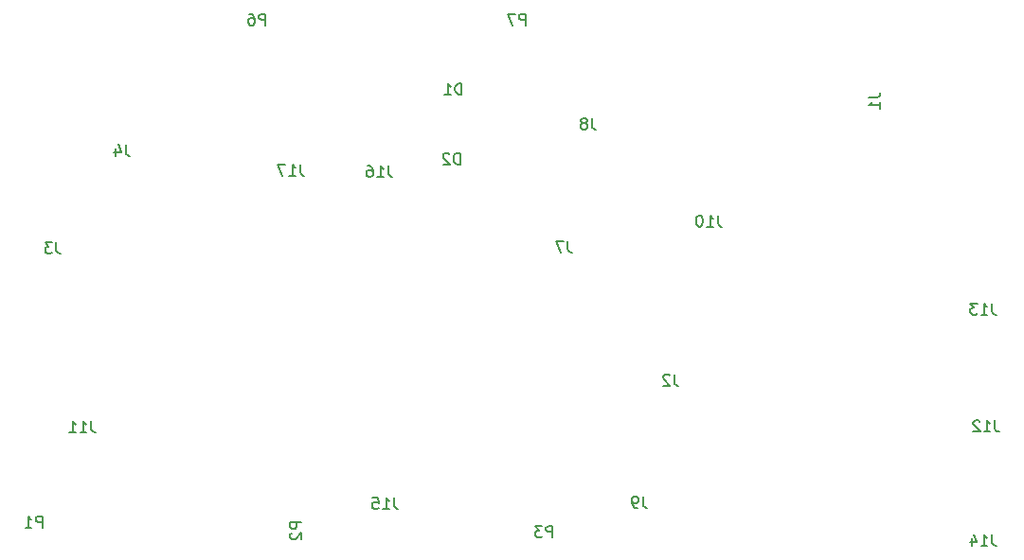
<source format=gbr>
G04 #@! TF.GenerationSoftware,KiCad,Pcbnew,(5.1.5-0-10_14)*
G04 #@! TF.CreationDate,2021-10-24T14:58:30+10:00*
G04 #@! TF.ProjectId,Hornet Forward Output Shield,486f726e-6574-4204-966f-727761726420,rev?*
G04 #@! TF.SameCoordinates,Original*
G04 #@! TF.FileFunction,Legend,Bot*
G04 #@! TF.FilePolarity,Positive*
%FSLAX46Y46*%
G04 Gerber Fmt 4.6, Leading zero omitted, Abs format (unit mm)*
G04 Created by KiCad (PCBNEW (5.1.5-0-10_14)) date 2021-10-24 14:58:30*
%MOMM*%
%LPD*%
G04 APERTURE LIST*
%ADD10C,0.150000*%
G04 APERTURE END LIST*
D10*
X160575523Y-116165380D02*
X160575523Y-116879666D01*
X160623142Y-117022523D01*
X160718380Y-117117761D01*
X160861238Y-117165380D01*
X160956476Y-117165380D01*
X159575523Y-117165380D02*
X160146952Y-117165380D01*
X159861238Y-117165380D02*
X159861238Y-116165380D01*
X159956476Y-116308238D01*
X160051714Y-116403476D01*
X160146952Y-116451095D01*
X158670761Y-116165380D02*
X159146952Y-116165380D01*
X159194571Y-116641571D01*
X159146952Y-116593952D01*
X159051714Y-116546333D01*
X158813619Y-116546333D01*
X158718380Y-116593952D01*
X158670761Y-116641571D01*
X158623142Y-116736809D01*
X158623142Y-116974904D01*
X158670761Y-117070142D01*
X158718380Y-117117761D01*
X158813619Y-117165380D01*
X159051714Y-117165380D01*
X159146952Y-117117761D01*
X159194571Y-117070142D01*
X136604333Y-84542380D02*
X136604333Y-85256666D01*
X136651952Y-85399523D01*
X136747190Y-85494761D01*
X136890047Y-85542380D01*
X136985285Y-85542380D01*
X135699571Y-84875714D02*
X135699571Y-85542380D01*
X135937666Y-84494761D02*
X136175761Y-85209047D01*
X135556714Y-85209047D01*
X133524523Y-109307380D02*
X133524523Y-110021666D01*
X133572142Y-110164523D01*
X133667380Y-110259761D01*
X133810238Y-110307380D01*
X133905476Y-110307380D01*
X132524523Y-110307380D02*
X133095952Y-110307380D01*
X132810238Y-110307380D02*
X132810238Y-109307380D01*
X132905476Y-109450238D01*
X133000714Y-109545476D01*
X133095952Y-109593095D01*
X131572142Y-110307380D02*
X132143571Y-110307380D01*
X131857857Y-110307380D02*
X131857857Y-109307380D01*
X131953095Y-109450238D01*
X132048333Y-109545476D01*
X132143571Y-109593095D01*
X152193523Y-86320380D02*
X152193523Y-87034666D01*
X152241142Y-87177523D01*
X152336380Y-87272761D01*
X152479238Y-87320380D01*
X152574476Y-87320380D01*
X151193523Y-87320380D02*
X151764952Y-87320380D01*
X151479238Y-87320380D02*
X151479238Y-86320380D01*
X151574476Y-86463238D01*
X151669714Y-86558476D01*
X151764952Y-86606095D01*
X150860190Y-86320380D02*
X150193523Y-86320380D01*
X150622095Y-87320380D01*
X160067523Y-86447380D02*
X160067523Y-87161666D01*
X160115142Y-87304523D01*
X160210380Y-87399761D01*
X160353238Y-87447380D01*
X160448476Y-87447380D01*
X159067523Y-87447380D02*
X159638952Y-87447380D01*
X159353238Y-87447380D02*
X159353238Y-86447380D01*
X159448476Y-86590238D01*
X159543714Y-86685476D01*
X159638952Y-86733095D01*
X158210380Y-86447380D02*
X158400857Y-86447380D01*
X158496095Y-86495000D01*
X158543714Y-86542619D01*
X158638952Y-86685476D01*
X158686571Y-86875952D01*
X158686571Y-87256904D01*
X158638952Y-87352142D01*
X158591333Y-87399761D01*
X158496095Y-87447380D01*
X158305619Y-87447380D01*
X158210380Y-87399761D01*
X158162761Y-87352142D01*
X158115142Y-87256904D01*
X158115142Y-87018809D01*
X158162761Y-86923571D01*
X158210380Y-86875952D01*
X158305619Y-86828333D01*
X158496095Y-86828333D01*
X158591333Y-86875952D01*
X158638952Y-86923571D01*
X158686571Y-87018809D01*
X176101333Y-93178380D02*
X176101333Y-93892666D01*
X176148952Y-94035523D01*
X176244190Y-94130761D01*
X176387047Y-94178380D01*
X176482285Y-94178380D01*
X175720380Y-93178380D02*
X175053714Y-93178380D01*
X175482285Y-94178380D01*
X189531523Y-90892380D02*
X189531523Y-91606666D01*
X189579142Y-91749523D01*
X189674380Y-91844761D01*
X189817238Y-91892380D01*
X189912476Y-91892380D01*
X188531523Y-91892380D02*
X189102952Y-91892380D01*
X188817238Y-91892380D02*
X188817238Y-90892380D01*
X188912476Y-91035238D01*
X189007714Y-91130476D01*
X189102952Y-91178095D01*
X187912476Y-90892380D02*
X187817238Y-90892380D01*
X187722000Y-90940000D01*
X187674380Y-90987619D01*
X187626761Y-91082857D01*
X187579142Y-91273333D01*
X187579142Y-91511428D01*
X187626761Y-91701904D01*
X187674380Y-91797142D01*
X187722000Y-91844761D01*
X187817238Y-91892380D01*
X187912476Y-91892380D01*
X188007714Y-91844761D01*
X188055333Y-91797142D01*
X188102952Y-91701904D01*
X188150571Y-91511428D01*
X188150571Y-91273333D01*
X188102952Y-91082857D01*
X188055333Y-90987619D01*
X188007714Y-90940000D01*
X187912476Y-90892380D01*
X182832333Y-116038380D02*
X182832333Y-116752666D01*
X182879952Y-116895523D01*
X182975190Y-116990761D01*
X183118047Y-117038380D01*
X183213285Y-117038380D01*
X182308523Y-117038380D02*
X182118047Y-117038380D01*
X182022809Y-116990761D01*
X181975190Y-116943142D01*
X181879952Y-116800285D01*
X181832333Y-116609809D01*
X181832333Y-116228857D01*
X181879952Y-116133619D01*
X181927571Y-116086000D01*
X182022809Y-116038380D01*
X182213285Y-116038380D01*
X182308523Y-116086000D01*
X182356142Y-116133619D01*
X182403761Y-116228857D01*
X182403761Y-116466952D01*
X182356142Y-116562190D01*
X182308523Y-116609809D01*
X182213285Y-116657428D01*
X182022809Y-116657428D01*
X181927571Y-116609809D01*
X181879952Y-116562190D01*
X181832333Y-116466952D01*
X214296523Y-109243380D02*
X214296523Y-109957666D01*
X214344142Y-110100523D01*
X214439380Y-110195761D01*
X214582238Y-110243380D01*
X214677476Y-110243380D01*
X213296523Y-110243380D02*
X213867952Y-110243380D01*
X213582238Y-110243380D02*
X213582238Y-109243380D01*
X213677476Y-109386238D01*
X213772714Y-109481476D01*
X213867952Y-109529095D01*
X212915571Y-109338619D02*
X212867952Y-109291000D01*
X212772714Y-109243380D01*
X212534619Y-109243380D01*
X212439380Y-109291000D01*
X212391761Y-109338619D01*
X212344142Y-109433857D01*
X212344142Y-109529095D01*
X212391761Y-109671952D01*
X212963190Y-110243380D01*
X212344142Y-110243380D01*
X214042523Y-119467380D02*
X214042523Y-120181666D01*
X214090142Y-120324523D01*
X214185380Y-120419761D01*
X214328238Y-120467380D01*
X214423476Y-120467380D01*
X213042523Y-120467380D02*
X213613952Y-120467380D01*
X213328238Y-120467380D02*
X213328238Y-119467380D01*
X213423476Y-119610238D01*
X213518714Y-119705476D01*
X213613952Y-119753095D01*
X212185380Y-119800714D02*
X212185380Y-120467380D01*
X212423476Y-119419761D02*
X212661571Y-120134047D01*
X212042523Y-120134047D01*
X203033380Y-80311666D02*
X203747666Y-80311666D01*
X203890523Y-80264047D01*
X203985761Y-80168809D01*
X204033380Y-80025952D01*
X204033380Y-79930714D01*
X204033380Y-81311666D02*
X204033380Y-80740238D01*
X204033380Y-81025952D02*
X203033380Y-81025952D01*
X203176238Y-80930714D01*
X203271476Y-80835476D01*
X203319095Y-80740238D01*
X214042523Y-98766380D02*
X214042523Y-99480666D01*
X214090142Y-99623523D01*
X214185380Y-99718761D01*
X214328238Y-99766380D01*
X214423476Y-99766380D01*
X213042523Y-99766380D02*
X213613952Y-99766380D01*
X213328238Y-99766380D02*
X213328238Y-98766380D01*
X213423476Y-98909238D01*
X213518714Y-99004476D01*
X213613952Y-99052095D01*
X212709190Y-98766380D02*
X212090142Y-98766380D01*
X212423476Y-99147333D01*
X212280619Y-99147333D01*
X212185380Y-99194952D01*
X212137761Y-99242571D01*
X212090142Y-99337809D01*
X212090142Y-99575904D01*
X212137761Y-99671142D01*
X212185380Y-99718761D01*
X212280619Y-99766380D01*
X212566333Y-99766380D01*
X212661571Y-99718761D01*
X212709190Y-99671142D01*
X185626333Y-105116380D02*
X185626333Y-105830666D01*
X185673952Y-105973523D01*
X185769190Y-106068761D01*
X185912047Y-106116380D01*
X186007285Y-106116380D01*
X185197761Y-105211619D02*
X185150142Y-105164000D01*
X185054904Y-105116380D01*
X184816809Y-105116380D01*
X184721571Y-105164000D01*
X184673952Y-105211619D01*
X184626333Y-105306857D01*
X184626333Y-105402095D01*
X184673952Y-105544952D01*
X185245380Y-106116380D01*
X184626333Y-106116380D01*
X130381333Y-93305380D02*
X130381333Y-94019666D01*
X130428952Y-94162523D01*
X130524190Y-94257761D01*
X130667047Y-94305380D01*
X130762285Y-94305380D01*
X130000380Y-93305380D02*
X129381333Y-93305380D01*
X129714666Y-93686333D01*
X129571809Y-93686333D01*
X129476571Y-93733952D01*
X129428952Y-93781571D01*
X129381333Y-93876809D01*
X129381333Y-94114904D01*
X129428952Y-94210142D01*
X129476571Y-94257761D01*
X129571809Y-94305380D01*
X129857523Y-94305380D01*
X129952761Y-94257761D01*
X130000380Y-94210142D01*
X178260333Y-82192880D02*
X178260333Y-82907166D01*
X178307952Y-83050023D01*
X178403190Y-83145261D01*
X178546047Y-83192880D01*
X178641285Y-83192880D01*
X177641285Y-82621452D02*
X177736523Y-82573833D01*
X177784142Y-82526214D01*
X177831761Y-82430976D01*
X177831761Y-82383357D01*
X177784142Y-82288119D01*
X177736523Y-82240500D01*
X177641285Y-82192880D01*
X177450809Y-82192880D01*
X177355571Y-82240500D01*
X177307952Y-82288119D01*
X177260333Y-82383357D01*
X177260333Y-82430976D01*
X177307952Y-82526214D01*
X177355571Y-82573833D01*
X177450809Y-82621452D01*
X177641285Y-82621452D01*
X177736523Y-82669071D01*
X177784142Y-82716690D01*
X177831761Y-82811928D01*
X177831761Y-83002404D01*
X177784142Y-83097642D01*
X177736523Y-83145261D01*
X177641285Y-83192880D01*
X177450809Y-83192880D01*
X177355571Y-83145261D01*
X177307952Y-83097642D01*
X177260333Y-83002404D01*
X177260333Y-82811928D01*
X177307952Y-82716690D01*
X177355571Y-82669071D01*
X177450809Y-82621452D01*
X166473095Y-86304380D02*
X166473095Y-85304380D01*
X166235000Y-85304380D01*
X166092142Y-85352000D01*
X165996904Y-85447238D01*
X165949285Y-85542476D01*
X165901666Y-85732952D01*
X165901666Y-85875809D01*
X165949285Y-86066285D01*
X165996904Y-86161523D01*
X166092142Y-86256761D01*
X166235000Y-86304380D01*
X166473095Y-86304380D01*
X165520714Y-85399619D02*
X165473095Y-85352000D01*
X165377857Y-85304380D01*
X165139761Y-85304380D01*
X165044523Y-85352000D01*
X164996904Y-85399619D01*
X164949285Y-85494857D01*
X164949285Y-85590095D01*
X164996904Y-85732952D01*
X165568333Y-86304380D01*
X164949285Y-86304380D01*
X166600095Y-80081380D02*
X166600095Y-79081380D01*
X166362000Y-79081380D01*
X166219142Y-79129000D01*
X166123904Y-79224238D01*
X166076285Y-79319476D01*
X166028666Y-79509952D01*
X166028666Y-79652809D01*
X166076285Y-79843285D01*
X166123904Y-79938523D01*
X166219142Y-80033761D01*
X166362000Y-80081380D01*
X166600095Y-80081380D01*
X165076285Y-80081380D02*
X165647714Y-80081380D01*
X165362000Y-80081380D02*
X165362000Y-79081380D01*
X165457238Y-79224238D01*
X165552476Y-79319476D01*
X165647714Y-79367095D01*
X152300380Y-118387904D02*
X151300380Y-118387904D01*
X151300380Y-118768857D01*
X151348000Y-118864095D01*
X151395619Y-118911714D01*
X151490857Y-118959333D01*
X151633714Y-118959333D01*
X151728952Y-118911714D01*
X151776571Y-118864095D01*
X151824190Y-118768857D01*
X151824190Y-118387904D01*
X151395619Y-119340285D02*
X151348000Y-119387904D01*
X151300380Y-119483142D01*
X151300380Y-119721238D01*
X151348000Y-119816476D01*
X151395619Y-119864095D01*
X151490857Y-119911714D01*
X151586095Y-119911714D01*
X151728952Y-119864095D01*
X152300380Y-119292666D01*
X152300380Y-119911714D01*
X129135095Y-118816380D02*
X129135095Y-117816380D01*
X128754142Y-117816380D01*
X128658904Y-117864000D01*
X128611285Y-117911619D01*
X128563666Y-118006857D01*
X128563666Y-118149714D01*
X128611285Y-118244952D01*
X128658904Y-118292571D01*
X128754142Y-118340190D01*
X129135095Y-118340190D01*
X127611285Y-118816380D02*
X128182714Y-118816380D01*
X127897000Y-118816380D02*
X127897000Y-117816380D01*
X127992238Y-117959238D01*
X128087476Y-118054476D01*
X128182714Y-118102095D01*
X174728095Y-119705380D02*
X174728095Y-118705380D01*
X174347142Y-118705380D01*
X174251904Y-118753000D01*
X174204285Y-118800619D01*
X174156666Y-118895857D01*
X174156666Y-119038714D01*
X174204285Y-119133952D01*
X174251904Y-119181571D01*
X174347142Y-119229190D01*
X174728095Y-119229190D01*
X173823333Y-118705380D02*
X173204285Y-118705380D01*
X173537619Y-119086333D01*
X173394761Y-119086333D01*
X173299523Y-119133952D01*
X173251904Y-119181571D01*
X173204285Y-119276809D01*
X173204285Y-119514904D01*
X173251904Y-119610142D01*
X173299523Y-119657761D01*
X173394761Y-119705380D01*
X173680476Y-119705380D01*
X173775714Y-119657761D01*
X173823333Y-119610142D01*
X149074095Y-73858380D02*
X149074095Y-72858380D01*
X148693142Y-72858380D01*
X148597904Y-72906000D01*
X148550285Y-72953619D01*
X148502666Y-73048857D01*
X148502666Y-73191714D01*
X148550285Y-73286952D01*
X148597904Y-73334571D01*
X148693142Y-73382190D01*
X149074095Y-73382190D01*
X147645523Y-72858380D02*
X147836000Y-72858380D01*
X147931238Y-72906000D01*
X147978857Y-72953619D01*
X148074095Y-73096476D01*
X148121714Y-73286952D01*
X148121714Y-73667904D01*
X148074095Y-73763142D01*
X148026476Y-73810761D01*
X147931238Y-73858380D01*
X147740761Y-73858380D01*
X147645523Y-73810761D01*
X147597904Y-73763142D01*
X147550285Y-73667904D01*
X147550285Y-73429809D01*
X147597904Y-73334571D01*
X147645523Y-73286952D01*
X147740761Y-73239333D01*
X147931238Y-73239333D01*
X148026476Y-73286952D01*
X148074095Y-73334571D01*
X148121714Y-73429809D01*
X172315095Y-73858380D02*
X172315095Y-72858380D01*
X171934142Y-72858380D01*
X171838904Y-72906000D01*
X171791285Y-72953619D01*
X171743666Y-73048857D01*
X171743666Y-73191714D01*
X171791285Y-73286952D01*
X171838904Y-73334571D01*
X171934142Y-73382190D01*
X172315095Y-73382190D01*
X171410333Y-72858380D02*
X170743666Y-72858380D01*
X171172238Y-73858380D01*
M02*

</source>
